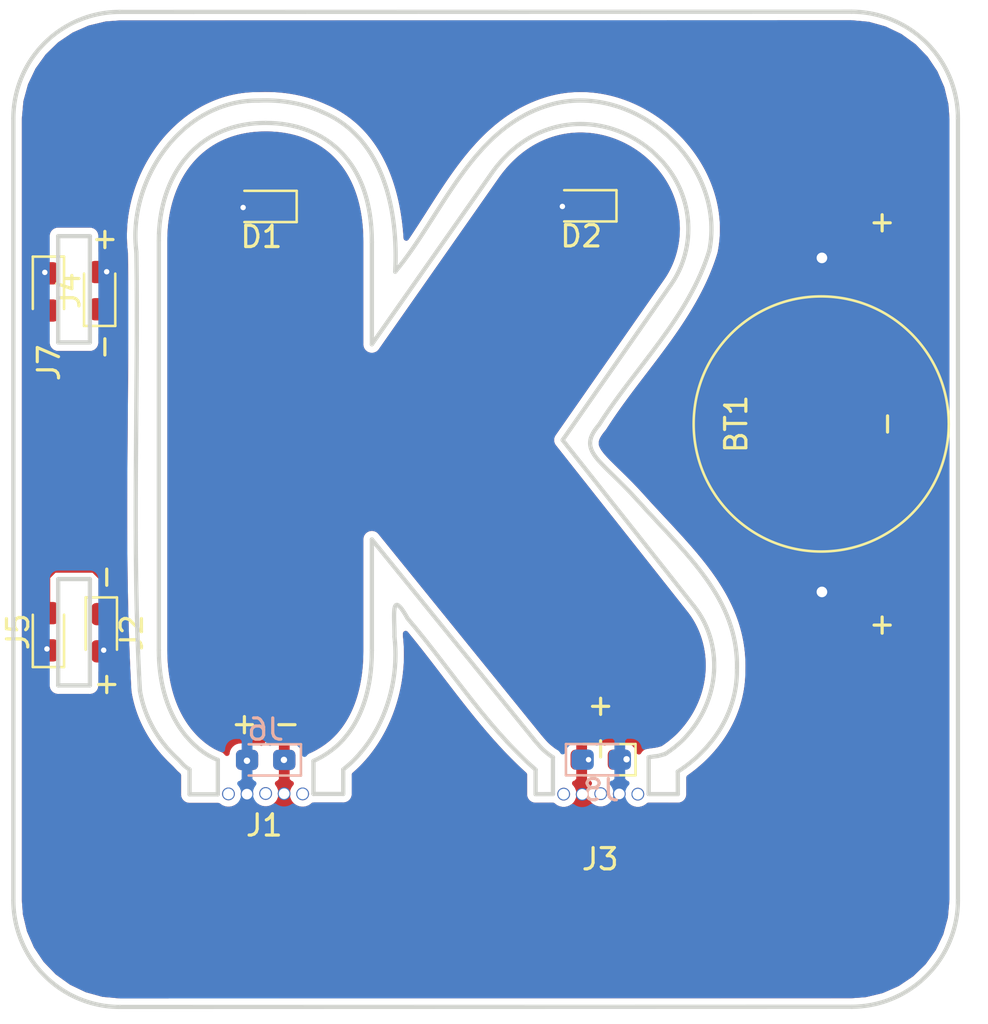
<source format=kicad_pcb>
(kicad_pcb (version 20190331) (host pcbnew 5.1.0-unknown-9e240db~82~ubuntu18.10.1)
  (layers (0 F.Cu signal) (31 B.Cu signal) (34 B.Paste user) (35 F.Paste user) (36 B.SilkS user) (37 F.SilkS user) (38 B.Mask user) (39 F.Mask user) (44 Edge.Cuts user))
  (net 0 "")
  (net 1 GND)
  (net 2 VCC)
  (module kickbadge:connector_01x02 (layer F.Cu) (at 131.11 112.74)
    (fp_text reference J1 (at -0.065 3.08) (layer F.SilkS))
    (fp_text value Conn_01x02_Male)
    (pad 2 smd roundrect (at 0.875 0) (size 1.05 0.95) (layers F.Cu F.Mask) (net 1 GND))
    (pad 1 smd roundrect (at -0.875 0) (size 1.05 0.95) (layers F.Cu F.Mask) (net 2 VCC))
  )
  (module kickbadge:connector_01x02 (layer B.Cu) (at 131.11 112.74 180)
    (fp_text reference J6 (at 0 1.43 180) (layer B.SilkS) (effects (justify mirror)))
    (fp_text value K-L-B)
    (fp_line (start -1.66 -0.735) (end 0.8 -0.735) (layer B.SilkS) (width 0.12))
    (fp_line (start -1.66 0.735) (end -1.66 -0.735) (layer B.SilkS) (width 0.12))
    (fp_line (start 0.8 0.735) (end -1.66 0.735) (layer B.SilkS) (width 0.12))
    (pad 2 smd roundrect (at 0.875 0 180) (size 1.05 0.95) (layers B.Cu B.Mask) (net 2 VCC))
    (pad 1 smd roundrect (at -0.875 0 180) (size 1.05 0.95) (layers B.Cu B.Mask) (net 1 GND))
  )
  (module kickbadge:connector_01x02 (layer B.Cu) (at 146.8975 112.73)
    (fp_text reference J8 (at 0 1.43) (layer B.SilkS) (effects (justify mirror)))
    (fp_text value K-R-B)
    (fp_line (start -1.66 -0.735) (end 0.8 -0.735) (layer B.SilkS) (width 0.12))
    (fp_line (start -1.66 0.735) (end -1.66 -0.735) (layer B.SilkS) (width 0.12))
    (fp_line (start 0.8 0.735) (end -1.66 0.735) (layer B.SilkS) (width 0.12))
    (pad 2 smd roundrect (at 0.875 0) (size 1.05 0.95) (layers B.Cu B.Mask) (net 2 VCC))
    (pad 1 smd roundrect (at -0.875 0) (size 1.05 0.95) (layers B.Cu B.Mask) (net 1 GND))
  )
  (module kickbadge:connector_01x02 (layer F.Cu) (at 120.89 90.73 270)
    (fp_text reference J7 (at 3.33 -0.02 270) (layer F.SilkS))
    (fp_text value FT)
    (fp_line (start -1.66 0.735) (end 0.8 0.735) (layer F.SilkS) (width 0.12))
    (fp_line (start -1.66 -0.735) (end -1.66 0.735) (layer F.SilkS) (width 0.12))
    (fp_line (start 0.8 -0.735) (end -1.66 -0.735) (layer F.SilkS) (width 0.12))
    (pad 2 smd roundrect (at 0.875 0 270) (size 1.05 0.95) (layers F.Cu F.Mask) (net 1 GND))
    (pad 1 smd roundrect (at -0.875 0 270) (size 1.05 0.95) (layers F.Cu F.Mask) (net 2 VCC))
  )
  (module kickbadge:connector_01x02 (layer F.Cu) (at 120.89 106.713448 90)
    (fp_text reference J5 (at 0 -1.43 90) (layer F.SilkS))
    (fp_text value FT-L)
    (fp_line (start -1.66 0.735) (end 0.8 0.735) (layer F.SilkS) (width 0.12))
    (fp_line (start -1.66 -0.735) (end -1.66 0.735) (layer F.SilkS) (width 0.12))
    (fp_line (start 0.8 -0.735) (end -1.66 -0.735) (layer F.SilkS) (width 0.12))
    (pad 2 smd roundrect (at 0.875 0 90) (size 1.05 0.95) (layers F.Cu F.Mask) (net 1 GND))
    (pad 1 smd roundrect (at -0.875 0 90) (size 1.05 0.95) (layers F.Cu F.Mask) (net 2 VCC))
  )
  (module kickbadge:connector_01x02 (layer F.Cu) (at 123.3 90.67 90)
    (fp_text reference J4 (at 0 -1.43 90) (layer F.SilkS))
    (fp_text value Conn_01x02_Male)
    (fp_line (start -1.66 0.735) (end 0.8 0.735) (layer F.SilkS) (width 0.12))
    (fp_line (start -1.66 -0.735) (end -1.66 0.735) (layer F.SilkS) (width 0.12))
    (fp_line (start 0.8 -0.735) (end -1.66 -0.735) (layer F.SilkS) (width 0.12))
    (pad 2 smd roundrect (at 0.875 0 90) (size 1.05 0.95) (layers F.Cu F.Mask) (net 2 VCC))
    (pad 1 smd roundrect (at -0.875 0 90) (size 1.05 0.95) (layers F.Cu F.Mask) (net 1 GND))
  )
  (module kickbadge:connector_01x02 (layer F.Cu) (at 123.38 106.758448 270)
    (fp_text reference J2 (at 0 -1.43 270) (layer F.SilkS))
    (fp_text value Conn_01x02_Male)
    (fp_line (start -1.66 0.735) (end 0.8 0.735) (layer F.SilkS) (width 0.12))
    (fp_line (start -1.66 -0.735) (end -1.66 0.735) (layer F.SilkS) (width 0.12))
    (fp_line (start 0.8 -0.735) (end -1.66 -0.735) (layer F.SilkS) (width 0.12))
    (pad 2 smd roundrect (at 0.875 0 270) (size 1.05 0.95) (layers F.Cu F.Mask) (net 2 VCC))
    (pad 1 smd roundrect (at -0.875 0 270) (size 1.05 0.95) (layers F.Cu F.Mask) (net 1 GND))
  )
  (module kickbadge:connector_01x02 (layer F.Cu) (at 146.8525 112.73 180)
    (fp_text reference J3 (at 0.005 -4.68 180) (layer F.SilkS))
    (fp_text value Conn_01x02_Male)
    (fp_line (start -1.66 0.735) (end 0.8 0.735) (layer F.SilkS) (width 0.12))
    (fp_line (start -1.66 -0.735) (end -1.66 0.735) (layer F.SilkS) (width 0.12))
    (fp_line (start 0.8 -0.735) (end -1.66 -0.735) (layer F.SilkS) (width 0.12))
    (pad 2 smd roundrect (at 0.875 0 180) (size 1.05 0.95) (layers F.Cu F.Mask) (net 1 GND))
    (pad 1 smd roundrect (at -0.875 0 180) (size 1.05 0.95) (layers F.Cu F.Mask) (net 2 VCC))
  )
  (module kickbadge:Keystone-3000 (layer F.Cu) (at 157.246 96.94 270)
    (fp_text reference BT1 (at 0 4 270) (layer F.SilkS))
    (fp_text value Battery)
    (fp_circle (center 0 0) (end 6 0) (layer F.SilkS) (width 0.12))
    (fp_text user + (at -9.46 -2.794 270) (layer F.SilkS))
    (fp_text user + (at 9.46 -2.794 270) (layer F.SilkS))
    (fp_text user - (at 0 -3.048 270) (layer F.SilkS))
    (pad 2 smd rect (at 0 0 270) (size 3.96 3.96) (layers F.Cu F.Paste F.Mask) (net 1 GND))
    (pad 1 smd rect (at 7.87 0 270) (size 3.18 3.18) (layers F.Cu F.Paste F.Mask) (net 2 VCC))
    (pad 1 smd rect (at -7.87 0 270) (size 3.18 3.18) (layers F.Cu F.Paste F.Mask) (net 2 VCC))
  )
  (module LED_SMD:LED_0603_1608Metric_Pad1.05x0.95mm_HandSolder (layer F.Cu) (at 145.955 86.68 180)
    (fp_text reference D2 (at 0 -1.43 180) (layer F.SilkS))
    (fp_text value LED)
    (fp_line (start -1.66 0.735) (end 0.8 0.735) (layer F.SilkS) (width 0.12))
    (fp_line (start -1.66 -0.735) (end -1.66 0.735) (layer F.SilkS) (width 0.12))
    (fp_line (start 0.8 -0.735) (end -1.66 -0.735) (layer F.SilkS) (width 0.12))
    (pad 2 smd roundrect (at 0.875 0 180) (size 1.05 0.95) (layers F.Cu F.Paste F.Mask) (net 2 VCC))
    (pad 1 smd roundrect (at -0.875 0 180) (size 1.05 0.95) (layers F.Cu F.Paste F.Mask) (net 1 GND))
  )
  (module LED_SMD:LED_0603_1608Metric_Pad1.05x0.95mm_HandSolder (layer F.Cu) (at 130.90952 86.71 180)
    (fp_text reference D1 (at 0 -1.43 180) (layer F.SilkS))
    (fp_text value LED)
    (fp_line (start -1.66 0.735) (end 0.8 0.735) (layer F.SilkS) (width 0.12))
    (fp_line (start -1.66 -0.735) (end -1.66 0.735) (layer F.SilkS) (width 0.12))
    (fp_line (start 0.8 -0.735) (end -1.66 -0.735) (layer F.SilkS) (width 0.12))
    (pad 2 smd roundrect (at 0.875 0 180) (size 1.05 0.95) (layers F.Cu F.Paste F.Mask) (net 2 VCC))
    (pad 1 smd roundrect (at -0.875 0 180) (size 1.05 0.95) (layers F.Cu F.Paste F.Mask) (net 1 GND))
  )
  (gr_text "+     -" (at 123.56 106.67 90) (layer F.SilkS) (effects (font (size 1 1))))
  (gr_text "+     -" (at 123.62 90.79 270) (layer F.SilkS) (effects (font (size 1 1))))
  (gr_text "+ -" (at 146.9425 111.22 270) (layer F.SilkS) (effects (font (size 1 1))))
  (gr_text "+ -" (at 131.11 111.01) (layer F.SilkS) (effects (font (size 1 1))))
  (gr_line (start 121.349216 93.106062) (end 121.349216 88.105835) (layer Edge.Cuts) (width 0.2))
  (gr_line (start 122.839444 93.106062) (end 121.349216 93.106062) (layer Edge.Cuts) (width 0.2))
  (gr_line (start 122.839444 88.105835) (end 122.839444 93.106062) (layer Edge.Cuts) (width 0.2))
  (gr_line (start 121.349216 88.105835) (end 122.839444 88.105835) (layer Edge.Cuts) (width 0.2))
  (gr_line (start 163.68 82.57) (end 163.680009 119.338745) (layer Edge.Cuts) (width 0.2))
  (gr_arc (start 158.66 82.57) (end 163.68 82.57) (angle -89.9) (layer Edge.Cuts) (width 0.2))
  (gr_arc (start 158.67 119.34) (end 158.679999 124.349999) (angle -89.9) (layer Edge.Cuts) (width 0.2))
  (gr_arc (start 124.26 119.34) (end 119.24 119.34) (angle -89.9) (layer Edge.Cuts) (width 0.2))
  (gr_arc (start 124.25 82.57) (end 124.240001 77.560001) (angle -89.9) (layer Edge.Cuts) (width 0.2))
  (gr_line (start 133.36 114.34) (end 134.76 114.34) (layer Edge.Cuts) (width 0.2))
  (gr_line (start 133.36 112.79) (end 133.36 114.34) (layer Edge.Cuts) (width 0.2))
  (gr_curve (pts (xy 151.983691 88.782809) (xy 152.805595 84.674685) (xy 148.40623 80.726614) (xy 144.40069 81.955321)) (layer Edge.Cuts) (width 0.2))
  (gr_curve (pts (xy 125.02919 88.853591) (xy 125.128258 95.725693) (xy 124.805695 102.615287) (xy 125.194111 109.47664)) (layer Edge.Cuts) (width 0.2))
  (gr_curve (pts (xy 126.9427 112.665319) (xy 127.24103 112.943531) (xy 127.182507 112.974474) (xy 127.529707 113.190676)) (layer Edge.Cuts) (width 0.2))
  (gr_line (start 122.839444 104.235835) (end 122.839444 109.236062) (layer Edge.Cuts) (width 0.2))
  (gr_line (start 143.809732 113.19873) (end 143.809732 114.352948) (layer Edge.Cuts) (width 0.2))
  (gr_line (start 119.24 119.34) (end 119.239991 82.571255) (layer Edge.Cuts) (width 0.2))
  (gr_curve (pts (xy 136.247254 111.449019) (xy 136.440908 111.113355) (xy 136.606719 110.759253) (xy 136.743662 110.393088)) (layer Edge.Cuts) (width 0.2))
  (gr_line (start 128.86 112.74) (end 128.86 114.36) (layer Edge.Cuts) (width 0.2))
  (gr_line (start 136.106623 102.371704) (end 143.734583 111.7825) (layer Edge.Cuts) (width 0.2))
  (gr_curve (pts (xy 152.404151 111.427611) (xy 152.960154 110.577296) (xy 153.289851 109.583841) (xy 153.282319 108.507188)) (layer Edge.Cuts) (width 0.2))
  (gr_curve (pts (xy 142.480574 111.901374) (xy 142.762152 112.204089) (xy 143.05178 112.498438) (xy 143.351747 112.781934)) (layer Edge.Cuts) (width 0.2))
  (gr_curve (pts (xy 130.782917 81.730528) (xy 127.187743 81.683038) (xy 124.588696 85.463098) (xy 125.02919 88.853591)) (layer Edge.Cuts) (width 0.2))
  (gr_line (start 126.083462 88.320365) (end 126.083462 107.577588) (layer Edge.Cuts) (width 0.2))
  (gr_line (start 122.839444 109.236062) (end 121.349216 109.236062) (layer Edge.Cuts) (width 0.2))
  (gr_curve (pts (xy 125.194111 109.47664) (xy 125.263864 109.895737) (xy 125.38196 110.296996) (xy 125.541567 110.676658)) (layer Edge.Cuts) (width 0.2))
  (gr_curve (pts (xy 127.36623 111.622109) (xy 127.792393 112.130334) (xy 128.323953 112.538771) (xy 128.86 112.740069)) (layer Edge.Cuts) (width 0.2))
  (gr_curve (pts (xy 136.743662 110.393088) (xy 136.880604 110.02692) (xy 136.988678 109.648693) (xy 137.066859 109.264777)) (layer Edge.Cuts) (width 0.2))
  (gr_curve (pts (xy 149.471184 84.278233) (xy 147.409391 82.304896) (xy 143.86394 82.128255) (xy 141.740905 85.149498)) (layer Edge.Cuts) (width 0.2))
  (gr_line (start 145.081786 97.697053) (end 150.178632 90.388973) (layer Edge.Cuts) (width 0.2))
  (gr_line (start 124.240001 77.560001) (end 158.668762 77.550008) (layer Edge.Cuts) (width 0.2))
  (gr_line (start 121.349216 109.236062) (end 121.349216 104.235835) (layer Edge.Cuts) (width 0.2))
  (gr_line (start 136.106623 107.577519) (end 136.106623 102.371704) (layer Edge.Cuts) (width 0.2))
  (gr_line (start 143.809732 114.352948) (end 144.624755 114.35) (layer Edge.Cuts) (width 0.2))
  (gr_curve (pts (xy 144.363145 112.429435) (xy 144.485081 112.519216) (xy 144.492257 112.540438) (xy 144.624652 112.616749)) (layer Edge.Cuts) (width 0.2))
  (gr_line (start 158.679999 124.349999) (end 124.251238 124.359992) (layer Edge.Cuts) (width 0.2))
  (gr_curve (pts (xy 150.818056 113.073986) (xy 151.02632 112.923513) (xy 151.225644 112.761286) (xy 151.414286 112.588238)) (layer Edge.Cuts) (width 0.2))
  (gr_line (start 144.624652 112.616749) (end 144.624755 114.35) (layer Edge.Cuts) (width 0.2))
  (gr_curve (pts (xy 153.282319 108.507188) (xy 153.382093 105.15315) (xy 150.854285 103.048265) (xy 148.591116 100.516028)) (layer Edge.Cuts) (width 0.2))
  (gr_curve (pts (xy 126.405224 109.822162) (xy 126.619375 110.505073) (xy 126.940067 111.113882) (xy 127.36623 111.622109)) (layer Edge.Cuts) (width 0.2))
  (gr_curve (pts (xy 137.205264 89.778616) (xy 137.354784 86.972866) (xy 136.695549 83.51677) (xy 133.820458 82.289151)) (layer Edge.Cuts) (width 0.2))
  (gr_curve (pts (xy 144.40069 81.955321) (xy 140.765513 83.073601) (xy 139.428481 87.107259) (xy 137.205264 89.778616)) (layer Edge.Cuts) (width 0.2))
  (gr_line (start 136.106623 93.192419) (end 136.106623 88.388578) (layer Edge.Cuts) (width 0.2))
  (gr_curve (pts (xy 137.169016 106.94404) (xy 137.194736 106.132013) (xy 136.937601 104.566232) (xy 137.788003 106.086695)) (layer Edge.Cuts) (width 0.2))
  (gr_curve (pts (xy 135.717732 110.123514) (xy 135.967993 109.40711) (xy 136.106623 108.560785) (xy 136.106623 107.577519)) (layer Edge.Cuts) (width 0.2))
  (gr_curve (pts (xy 146.796852 96.976553) (xy 148.49453 94.289977) (xy 151.038983 91.897619) (xy 151.983691 88.782809)) (layer Edge.Cuts) (width 0.2))
  (gr_curve (pts (xy 131.112096 82.781684) (xy 127.866302 82.781684) (xy 126.083462 85.244687) (xy 126.083462 88.320365)) (layer Edge.Cuts) (width 0.2))
  (gr_curve (pts (xy 126.083462 107.577588) (xy 126.083462 108.382233) (xy 126.191073 109.139248) (xy 126.405224 109.822162)) (layer Edge.Cuts) (width 0.2))
  (gr_line (start 149.13 114.35) (end 150.499167 114.351096) (layer Edge.Cuts) (width 0.2))
  (gr_line (start 149.13 114.35) (end 149.129896 112.616749) (layer Edge.Cuts) (width 0.2))
  (gr_curve (pts (xy 150.178632 90.388973) (xy 151.362634 88.708234) (xy 151.36967 86.095063) (xy 149.471184 84.278233)) (layer Edge.Cuts) (width 0.2))
  (gr_curve (pts (xy 135.58379 112.394317) (xy 135.832104 112.101907) (xy 136.053601 111.784682) (xy 136.247254 111.449019)) (layer Edge.Cuts) (width 0.2))
  (gr_curve (pts (xy 126.138091 111.747075) (xy 126.37389 112.079772) (xy 126.64437 112.387107) (xy 126.9427 112.665319)) (layer Edge.Cuts) (width 0.2))
  (gr_curve (pts (xy 137.788003 106.086695) (xy 138.856969 107.340674) (xy 139.835359 108.699744) (xy 140.869428 110.004619)) (layer Edge.Cuts) (width 0.2))
  (gr_curve (pts (xy 125.541567 110.676658) (xy 125.701173 111.056316) (xy 125.902292 111.414377) (xy 126.138091 111.747075)) (layer Edge.Cuts) (width 0.2))
  (gr_curve (pts (xy 143.351747 112.781934) (xy 143.501728 112.923685) (xy 143.654295 113.062718) (xy 143.809732 113.19873)) (layer Edge.Cuts) (width 0.2))
  (gr_line (start 134.76 114.34) (end 134.75942 113.190734) (layer Edge.Cuts) (width 0.2))
  (gr_line (start 127.529707 113.190676) (end 127.529707 114.36) (layer Edge.Cuts) (width 0.2))
  (gr_curve (pts (xy 134.75942 113.190734) (xy 135.060344 112.954326) (xy 135.335476 112.686729) (xy 135.58379 112.394317)) (layer Edge.Cuts) (width 0.2))
  (gr_curve (pts (xy 136.106623 88.388578) (xy 136.106623 84.564391) (xy 133.895177 82.781684) (xy 131.112096 82.781684)) (layer Edge.Cuts) (width 0.2))
  (gr_line (start 121.349216 104.235835) (end 122.839444 104.235835) (layer Edge.Cuts) (width 0.2))
  (gr_curve (pts (xy 134.659053 111.889971) (xy 135.105578 111.426397) (xy 135.46747 110.839919) (xy 135.717732 110.123514)) (layer Edge.Cuts) (width 0.2))
  (gr_line (start 150.5 114.35) (end 150.499167 113.290762) (layer Edge.Cuts) (width 0.2))
  (gr_curve (pts (xy 140.869428 110.004619) (xy 141.386461 110.657055) (xy 141.917416 111.295944) (xy 142.480574 111.901374)) (layer Edge.Cuts) (width 0.2))
  (gr_line (start 151.260738 105.50898) (end 145.081786 97.697053) (layer Edge.Cuts) (width 0.2))
  (gr_curve (pts (xy 137.066859 109.264777) (xy 137.14504 108.880862) (xy 137.193327 108.49126) (xy 137.210694 108.102344)) (layer Edge.Cuts) (width 0.2))
  (gr_curve (pts (xy 151.414286 112.588238) (xy 151.791574 112.242142) (xy 152.12615 111.85277) (xy 152.404151 111.427611)) (layer Edge.Cuts) (width 0.2))
  (gr_curve (pts (xy 149.910916 112.458187) (xy 150.208376 112.268388) (xy 150.492361 112.043625) (xy 150.756892 111.7825)) (layer Edge.Cuts) (width 0.2))
  (gr_curve (pts (xy 143.734583 111.7825) (xy 143.927662 112.013854) (xy 144.119271 112.24987) (xy 144.363145 112.429435)) (layer Edge.Cuts) (width 0.2))
  (gr_curve (pts (xy 150.756892 111.7825) (xy 152.594132 109.904429) (xy 152.614857 107.196522) (xy 151.260738 105.50898)) (layer Edge.Cuts) (width 0.2))
  (gr_line (start 141.740905 85.149498) (end 136.106623 93.192419) (layer Edge.Cuts) (width 0.2))
  (gr_curve (pts (xy 148.591116 100.516028) (xy 146.841553 98.577306) (xy 145.719127 98.224162) (xy 146.796852 96.976553)) (layer Edge.Cuts) (width 0.2))
  (gr_curve (pts (xy 137.210694 108.102344) (xy 137.228062 107.71343) (xy 137.214512 107.325204) (xy 137.169016 106.94404)) (layer Edge.Cuts) (width 0.2))
  (gr_line (start 127.529707 114.36) (end 128.86 114.36) (layer Edge.Cuts) (width 0.2))
  (gr_curve (pts (xy 149.129896 112.616749) (xy 149.69 112.52) (xy 149.37 112.62) (xy 149.910916 112.458187)) (layer Edge.Cuts) (width 0.2))
  (gr_curve (pts (xy 150.499167 113.290762) (xy 150.607556 113.221521) (xy 150.713924 113.149223) (xy 150.818056 113.073986)) (layer Edge.Cuts) (width 0.2))
  (gr_curve (pts (xy 133.820458 82.289151) (xy 132.875236 81.851639) (xy 131.819351 81.683993) (xy 130.782917 81.730528)) (layer Edge.Cuts) (width 0.2))
  (gr_curve (pts (xy 133.36 112.79) (xy 133.681371 112.645682) (xy 134.212528 112.353542) (xy 134.659053 111.889971)) (layer Edge.Cuts) (width 0.2))
  (via (at 129.36 114.34) (size 0.6) (drill 0.5) (layers F.Cu B.Cu) (net 0))
  (via (at 131.11 114.32) (size 0.6) (drill 0.5) (layers F.Cu B.Cu) (net 0))
  (via (at 132.85 114.34) (size 0.6) (drill 0.5) (layers F.Cu B.Cu) (net 0))
  (via (at 145.13 114.35) (size 0.6) (drill 0.5) (layers F.Cu B.Cu) (net 0))
  (via (at 146.875 114.33) (size 0.6) (drill 0.5) (layers F.Cu B.Cu) (net 0))
  (via (at 148.62 114.35) (size 0.6) (drill 0.5) (layers F.Cu B.Cu) (net 0))
  (via (at 131.9775 114.33) (size 0.6) (drill 0.5) (layers F.Cu B.Cu) (net 1))
  (via (at 146.0025 114.36) (size 0.6) (drill 0.5) (layers F.Cu B.Cu) (net 1))
  (segment (start 146.0025 113.0275) (end 146.3 112.73) (width 0.25) (layer F.Cu) (net 1))
  (segment (start 146.0025 114.36) (end 146.0025 113.0275) (width 0.25) (layer F.Cu) (net 1))
  (segment (start 123.47 105.16) (end 123.78 104.85) (width 0.25) (layer F.Cu) (net 1))
  (segment (start 123.78 104.85) (end 123.78 104.59) (width 0.25) (layer F.Cu) (net 1))
  (segment (start 131.97 114.3225) (end 131.9775 114.33) (width 0.25) (layer F.Cu) (net 1))
  (segment (start 131.97 112.74) (end 131.97 112.74) (width 0.25) (layer F.Cu) (net 1))
  (segment (start 131.9775 114.754264) (end 132.04 114.816764) (width 0.25) (layer F.Cu) (net 1))
  (segment (start 131.9775 114.33) (end 131.9775 114.754264) (width 0.25) (layer F.Cu) (net 1))
  (segment (start 131.97 112.74) (end 131.97 114.3225) (width 0.25) (layer F.Cu) (net 1))
  (segment (start 146.3 112.73) (end 146.3 112.73) (width 0.25) (layer F.Cu) (net 1))
  (via (at 146.3 112.73) (size 0.3) (drill 0.254) (layers F.Cu B.Cu) (net 1))
  (segment (start 123.47 105.16) (end 123.47 105.785) (width 0.25) (layer F.Cu) (net 1))
  (segment (start 123.47 104.265337) (end 123.47 105.16) (width 0.25) (layer F.Cu) (net 1))
  (segment (start 123.015488 103.810825) (end 123.47 104.265337) (width 0.25) (layer F.Cu) (net 1))
  (segment (start 121.173172 103.810825) (end 123.015488 103.810825) (width 0.25) (layer F.Cu) (net 1))
  (segment (start 120.85 104.133997) (end 121.173172 103.810825) (width 0.25) (layer F.Cu) (net 1))
  (segment (start 120.85 105.74) (end 120.85 104.133997) (width 0.25) (layer F.Cu) (net 1))
  (segment (start 131.97 112.74) (end 131.97 112.74) (width 0.25) (layer F.Cu) (net 1))
  (via (at 131.97 112.74) (size 0.4) (drill 0.3) (layers F.Cu B.Cu) (net 1))
  (via (at 130.2325 114.35) (size 0.6) (drill 0.5) (layers F.Cu B.Cu) (net 2))
  (via (at 147.7475 114.34) (size 0.6) (drill 0.5) (layers F.Cu B.Cu) (net 2))
  (via (at 148.09 112.71) (size 0.4) (drill 0.3) (layers F.Cu B.Cu) (net 2))
  (via (at 130.23 112.78) (size 0.4) (drill 0.3) (layers F.Cu B.Cu) (net 2))
  (via (at 120.82 107.52) (size 0.3) (drill 0.254) (layers F.Cu B.Cu) (net 2))
  (via (at 120.72 89.81) (size 0.3) (drill 0.254) (layers F.Cu B.Cu) (net 2))
  (via (at 123.49 107.58) (size 0.3) (drill 0.254) (layers F.Cu B.Cu) (net 2))
  (via (at 157.28 89.13) (size 0.6) (drill 0.5) (layers F.Cu B.Cu) (net 2))
  (via (at 157.28 104.84) (size 0.6) (drill 0.5) (layers F.Cu B.Cu) (net 2))
  (via (at 145.07 86.71) (size 0.3) (drill 0.254) (layers F.Cu B.Cu) (net 2))
  (via (at 130.05 86.76) (size 0.3) (drill 0.254) (layers F.Cu B.Cu) (net 2))
  (via (at 123.63 89.78) (size 0.3) (drill 0.254) (layers F.Cu B.Cu) (net 2))
  (segment (start 147.7475 113.0325) (end 147.445 112.73) (width 0.25) (layer F.Cu) (net 2))
  (zone (net 1) (net_name GND) (layer F.Cu) (connect_pads (clearance 0.3)) (min_thickness 0.254) (fill yes (arc_segments 32) (thermal_gap 0.508) (thermal_bridge_width 0.508))
    (polygon (pts (xy 119 77) (xy 164 77) (xy 164 125) (xy 119 125)))
  )
  (zone (net 2) (net_name VCC) (layer B.Cu) (connect_pads (clearance 0.3)) (min_thickness 0.254) (fill yes (arc_segments 32) (thermal_gap 0.508) (thermal_bridge_width 0.508))
    (polygon (pts (xy 118.96 77.173585) (xy 163.96 77.173585) (xy 163.96 125.173585) (xy 118.96 125.173585)))
  )
)
</source>
